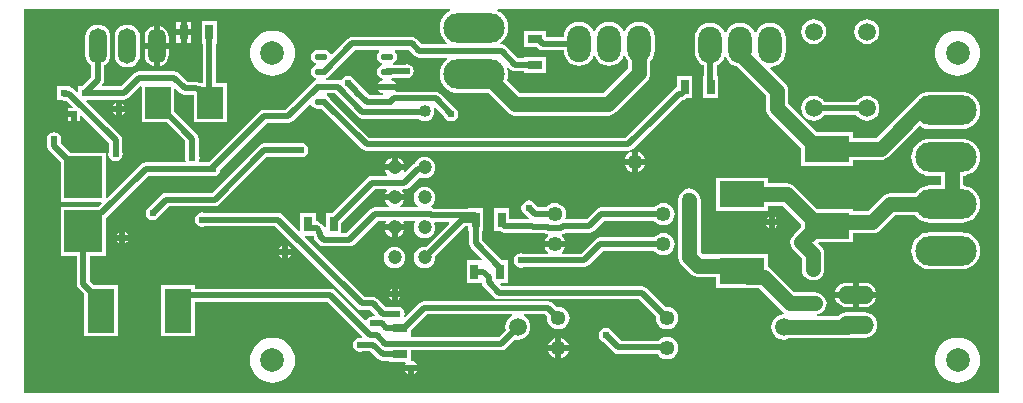
<source format=gbl>
G04*
G04 #@! TF.GenerationSoftware,Altium Limited,Altium Designer,21.6.1 (37)*
G04*
G04 Layer_Physical_Order=2*
G04 Layer_Color=16711680*
%FSLAX23Y23*%
%MOIN*%
G70*
G04*
G04 #@! TF.SameCoordinates,0FF5D6F2-8617-485F-BAA8-9F26F2E2BD2E*
G04*
G04*
G04 #@! TF.FilePolarity,Positive*
G04*
G01*
G75*
%ADD15C,0.010*%
%ADD19R,0.089X0.149*%
%ADD23R,0.028X0.051*%
%ADD24R,0.051X0.028*%
%ADD51C,0.020*%
%ADD52C,0.050*%
%ADD53O,0.205X0.100*%
%ADD54C,0.047*%
%ADD55C,0.079*%
%ADD56C,0.059*%
%ADD57O,0.060X0.118*%
%ADD58O,0.120X0.060*%
%ADD59O,0.079X0.122*%
%ADD60C,0.050*%
%ADD61C,0.024*%
%ADD62C,0.040*%
%ADD63R,0.126X0.140*%
%ADD64R,0.149X0.089*%
%ADD65R,0.085X0.108*%
%ADD66O,0.043X0.023*%
%ADD67O,0.051X0.049*%
%ADD68R,0.020X0.024*%
G36*
X3287Y39D02*
X39D01*
Y1319D01*
X1457D01*
X1459Y1314D01*
X1450Y1309D01*
X1441Y1302D01*
X1433Y1292D01*
X1428Y1282D01*
X1424Y1270D01*
X1423Y1258D01*
X1424Y1246D01*
X1428Y1234D01*
X1433Y1223D01*
X1441Y1214D01*
X1449Y1207D01*
X1447Y1202D01*
X1366D01*
X1346Y1221D01*
X1339Y1226D01*
X1331Y1228D01*
X1331Y1228D01*
X1132D01*
X1132Y1228D01*
X1124Y1226D01*
X1117Y1221D01*
X1117Y1221D01*
X1065Y1169D01*
X1059Y1171D01*
X1055Y1178D01*
X1047Y1183D01*
X1038Y1185D01*
X1017D01*
X1008Y1183D01*
X1001Y1178D01*
X995Y1170D01*
X994Y1161D01*
X995Y1152D01*
X1001Y1144D01*
X1008Y1139D01*
X1011Y1139D01*
Y1133D01*
X1008Y1133D01*
X1001Y1128D01*
X995Y1120D01*
X994Y1111D01*
X995Y1102D01*
X1001Y1094D01*
X1008Y1089D01*
X1011Y1089D01*
Y1083D01*
X1008Y1083D01*
X1001Y1078D01*
X996Y1071D01*
X910Y985D01*
X838D01*
X838Y985D01*
X829Y983D01*
X822Y978D01*
X822Y978D01*
X653Y810D01*
X623D01*
X620Y814D01*
X621Y815D01*
X623Y824D01*
X621Y833D01*
X621Y833D01*
Y866D01*
Y888D01*
X621Y888D01*
X619Y896D01*
X614Y904D01*
X614Y904D01*
X539Y979D01*
Y1053D01*
X543Y1055D01*
X558Y1040D01*
X558Y1040D01*
X565Y1036D01*
X574Y1034D01*
X574Y1034D01*
X602D01*
X604Y1033D01*
Y942D01*
X713D01*
Y1074D01*
X679D01*
Y1205D01*
X682D01*
Y1280D01*
X631D01*
Y1205D01*
X634D01*
Y1074D01*
X628D01*
X626Y1074D01*
X626Y1074D01*
X622D01*
X619Y1077D01*
X610Y1078D01*
X610Y1078D01*
X583D01*
X555Y1106D01*
X548Y1111D01*
X539Y1113D01*
X539Y1113D01*
X421D01*
X421Y1113D01*
X413Y1111D01*
X405Y1106D01*
X405Y1106D01*
X361Y1062D01*
X299D01*
X297Y1066D01*
X299Y1069D01*
X299Y1069D01*
X304Y1076D01*
X306Y1084D01*
X306Y1084D01*
Y1132D01*
X313Y1138D01*
X320Y1147D01*
X324Y1157D01*
X326Y1168D01*
Y1226D01*
X324Y1237D01*
X320Y1247D01*
X313Y1256D01*
X305Y1262D01*
X294Y1267D01*
X283Y1268D01*
X273Y1267D01*
X262Y1262D01*
X254Y1256D01*
X247Y1247D01*
X243Y1237D01*
X241Y1226D01*
Y1168D01*
X243Y1157D01*
X247Y1147D01*
X254Y1138D01*
X261Y1132D01*
Y1094D01*
X231Y1063D01*
X219D01*
Y1046D01*
X216Y1044D01*
X214Y1044D01*
X204Y1053D01*
X197Y1058D01*
X191Y1059D01*
Y1063D01*
X148D01*
Y1042D01*
X147Y1039D01*
Y1038D01*
X147Y1038D01*
X148Y1035D01*
Y1016D01*
X168D01*
X170Y1015D01*
X179D01*
X200Y995D01*
X198Y990D01*
X185D01*
Y979D01*
X205D01*
Y969D01*
X215D01*
Y947D01*
X225D01*
Y963D01*
X229Y965D01*
X320Y874D01*
Y845D01*
X320Y845D01*
X318Y836D01*
X320Y826D01*
X325Y819D01*
X333Y813D01*
X343Y812D01*
X352Y813D01*
X360Y819D01*
X365Y826D01*
X367Y836D01*
X365Y845D01*
X365Y845D01*
Y883D01*
X365Y883D01*
X363Y892D01*
X358Y899D01*
X358Y899D01*
X246Y1011D01*
X248Y1016D01*
X262D01*
Y1017D01*
X370D01*
X370Y1017D01*
X378Y1019D01*
X386Y1024D01*
X425Y1063D01*
X430Y1061D01*
Y942D01*
X513D01*
X576Y879D01*
Y833D01*
X576Y833D01*
X574Y824D01*
X576Y815D01*
X577Y814D01*
X574Y810D01*
X444D01*
X444Y810D01*
X435Y808D01*
X428Y803D01*
X428Y803D01*
X316Y691D01*
X311Y693D01*
Y841D01*
X193D01*
X161Y873D01*
Y880D01*
X162Y886D01*
X160Y895D01*
X155Y903D01*
X147Y908D01*
X138Y910D01*
X128Y908D01*
X121Y903D01*
X115Y895D01*
X114Y886D01*
X115Y877D01*
X116Y876D01*
Y864D01*
X116Y864D01*
X118Y855D01*
X123Y848D01*
X161Y809D01*
Y677D01*
X296D01*
X298Y673D01*
X286Y661D01*
X161D01*
Y498D01*
X214D01*
Y404D01*
X214Y404D01*
X216Y396D01*
X220Y389D01*
X239Y370D01*
Y229D01*
X351D01*
Y401D01*
X271D01*
X258Y414D01*
Y498D01*
X311D01*
Y623D01*
X312Y624D01*
X453Y765D01*
X660D01*
X660Y765D01*
X669Y763D01*
X679Y765D01*
X686Y770D01*
X692Y778D01*
X693Y787D01*
X847Y940D01*
X919D01*
X919Y940D01*
X927Y942D01*
X935Y947D01*
X991Y1003D01*
X996Y1001D01*
X1001Y994D01*
X1008Y989D01*
X1017Y987D01*
X1030D01*
X1164Y853D01*
X1164Y853D01*
X1171Y849D01*
X1180Y847D01*
X1180Y847D01*
X2051D01*
X2051Y847D01*
X2060Y849D01*
X2067Y853D01*
X2153Y939D01*
X2230Y1016D01*
X2231D01*
X2240Y1018D01*
X2245Y1022D01*
X2266D01*
Y1096D01*
X2215D01*
Y1060D01*
X2212Y1059D01*
X2205Y1054D01*
X2205Y1054D01*
X2121Y970D01*
X2121Y970D01*
X2042Y891D01*
X1189D01*
X1059Y1021D01*
X1055Y1028D01*
X1049Y1032D01*
X1048Y1037D01*
X1048Y1038D01*
X1049Y1039D01*
X1074D01*
X1151Y962D01*
X1151Y962D01*
X1158Y957D01*
X1166Y955D01*
X1352D01*
X1358Y951D01*
X1366Y948D01*
X1374Y947D01*
X1383Y948D01*
X1390Y951D01*
X1397Y956D01*
X1402Y963D01*
X1405Y970D01*
X1406Y979D01*
X1405Y987D01*
X1404Y989D01*
X1409Y992D01*
X1439Y961D01*
X1439Y961D01*
X1445Y953D01*
X1452Y948D01*
X1462Y946D01*
X1471Y948D01*
X1479Y953D01*
X1484Y961D01*
X1486Y970D01*
X1484Y980D01*
X1479Y988D01*
X1471Y993D01*
X1471Y993D01*
X1426Y1037D01*
X1419Y1042D01*
X1410Y1044D01*
X1410Y1044D01*
X1279D01*
X1276Y1049D01*
X1277Y1051D01*
X1248D01*
X1219D01*
X1222Y1046D01*
X1229Y1041D01*
X1236Y1039D01*
Y1034D01*
X1230Y1033D01*
X1189D01*
X1163Y1059D01*
X1162Y1062D01*
X1140Y1083D01*
X1140Y1083D01*
X1135Y1091D01*
X1127Y1096D01*
X1118Y1098D01*
X1109Y1096D01*
X1101Y1091D01*
X1096Y1083D01*
X1090Y1082D01*
X1083Y1083D01*
X1083Y1083D01*
X1045D01*
X1044Y1083D01*
Y1089D01*
X1047Y1089D01*
X1055Y1094D01*
X1059Y1101D01*
X1142Y1183D01*
X1221D01*
X1222Y1178D01*
X1221Y1178D01*
X1216Y1170D01*
X1214Y1161D01*
X1216Y1152D01*
X1221Y1144D01*
X1229Y1139D01*
X1231Y1139D01*
Y1133D01*
X1229Y1133D01*
X1221Y1128D01*
X1216Y1120D01*
X1214Y1111D01*
X1216Y1102D01*
X1221Y1094D01*
X1229Y1089D01*
X1236Y1088D01*
Y1083D01*
X1229Y1081D01*
X1222Y1077D01*
X1219Y1071D01*
X1248D01*
X1277D01*
X1274Y1077D01*
X1267Y1081D01*
X1260Y1083D01*
Y1088D01*
X1267Y1089D01*
X1268Y1090D01*
X1307D01*
X1313Y1089D01*
X1322Y1090D01*
X1330Y1096D01*
X1335Y1103D01*
X1337Y1113D01*
X1335Y1122D01*
X1330Y1130D01*
X1322Y1135D01*
X1313Y1137D01*
X1303Y1135D01*
X1302Y1134D01*
X1268D01*
X1267Y1139D01*
X1267Y1139D01*
X1275Y1144D01*
X1280Y1152D01*
X1282Y1161D01*
X1280Y1170D01*
X1275Y1178D01*
X1274Y1178D01*
X1276Y1183D01*
X1321D01*
X1341Y1164D01*
X1341Y1164D01*
X1348Y1160D01*
X1356Y1158D01*
X1356Y1158D01*
X1449D01*
X1450Y1153D01*
X1441Y1146D01*
X1433Y1136D01*
X1428Y1126D01*
X1424Y1114D01*
X1423Y1102D01*
X1424Y1090D01*
X1428Y1078D01*
X1433Y1067D01*
X1441Y1058D01*
X1450Y1050D01*
X1461Y1045D01*
X1473Y1041D01*
X1485Y1040D01*
X1586D01*
X1650Y976D01*
X1658Y970D01*
X1666Y966D01*
X1676Y965D01*
X1983D01*
X1993Y966D01*
X2002Y970D01*
X2010Y976D01*
X2114Y1081D01*
X2120Y1088D01*
X2124Y1097D01*
X2125Y1107D01*
Y1147D01*
X2133Y1157D01*
X2138Y1170D01*
X2140Y1183D01*
Y1226D01*
X2138Y1240D01*
X2133Y1252D01*
X2125Y1263D01*
X2114Y1271D01*
X2102Y1276D01*
X2088Y1278D01*
X2075Y1276D01*
X2062Y1271D01*
X2052Y1263D01*
X2043Y1252D01*
X2041Y1246D01*
X2035D01*
X2033Y1252D01*
X2025Y1263D01*
X2014Y1271D01*
X2002Y1276D01*
X1988Y1278D01*
X1975Y1276D01*
X1962Y1271D01*
X1952Y1263D01*
X1943Y1252D01*
X1941Y1246D01*
X1935D01*
X1933Y1252D01*
X1925Y1263D01*
X1914Y1271D01*
X1902Y1276D01*
X1888Y1278D01*
X1875Y1276D01*
X1862Y1271D01*
X1852Y1263D01*
X1843Y1252D01*
X1838Y1240D01*
X1837Y1227D01*
X1778D01*
Y1246D01*
X1703D01*
Y1195D01*
X1746D01*
X1752Y1189D01*
X1752Y1189D01*
X1759Y1184D01*
X1768Y1182D01*
X1768Y1182D01*
X1837D01*
X1838Y1170D01*
X1843Y1157D01*
X1852Y1147D01*
X1862Y1138D01*
X1875Y1133D01*
X1888Y1131D01*
X1902Y1133D01*
X1914Y1138D01*
X1925Y1147D01*
X1933Y1157D01*
X1935Y1164D01*
X1941D01*
X1943Y1157D01*
X1952Y1147D01*
X1962Y1138D01*
X1975Y1133D01*
X1988Y1131D01*
X2002Y1133D01*
X2014Y1138D01*
X2025Y1147D01*
X2033Y1157D01*
X2035Y1164D01*
X2041D01*
X2043Y1157D01*
X2051Y1147D01*
Y1122D01*
X1968Y1039D01*
X1691D01*
X1648Y1082D01*
X1651Y1090D01*
X1652Y1102D01*
X1651Y1114D01*
X1647Y1124D01*
X1652Y1127D01*
X1660Y1118D01*
X1660Y1118D01*
X1668Y1114D01*
X1676Y1112D01*
X1703D01*
Y1108D01*
X1778D01*
Y1159D01*
X1703D01*
Y1156D01*
X1685D01*
X1646Y1196D01*
X1639Y1201D01*
X1630Y1202D01*
X1630Y1202D01*
X1627D01*
X1626Y1207D01*
X1634Y1214D01*
X1641Y1223D01*
X1647Y1234D01*
X1651Y1246D01*
X1652Y1258D01*
X1651Y1270D01*
X1647Y1282D01*
X1641Y1292D01*
X1634Y1302D01*
X1624Y1309D01*
X1616Y1314D01*
X1617Y1319D01*
X3287D01*
Y39D01*
D02*
G37*
%LPC*%
G36*
X594Y1278D02*
X580D01*
Y1252D01*
X594D01*
Y1278D01*
D02*
G37*
G36*
X560D02*
X546D01*
Y1252D01*
X560D01*
Y1278D01*
D02*
G37*
G36*
X2525Y1274D02*
X2512Y1272D01*
X2499Y1267D01*
X2489Y1259D01*
X2480Y1248D01*
X2478Y1242D01*
X2472D01*
X2470Y1248D01*
X2462Y1259D01*
X2451Y1267D01*
X2439Y1272D01*
X2425Y1274D01*
X2412Y1272D01*
X2399Y1267D01*
X2389Y1259D01*
X2380Y1248D01*
X2378Y1242D01*
X2372D01*
X2370Y1248D01*
X2362Y1259D01*
X2351Y1267D01*
X2339Y1272D01*
X2325Y1274D01*
X2312Y1272D01*
X2299Y1267D01*
X2289Y1259D01*
X2280Y1248D01*
X2275Y1236D01*
X2274Y1222D01*
Y1179D01*
X2275Y1166D01*
X2280Y1153D01*
X2289Y1143D01*
X2299Y1134D01*
X2304Y1133D01*
Y1096D01*
X2301D01*
Y1022D01*
X2352D01*
Y1096D01*
X2348D01*
Y1133D01*
X2351Y1134D01*
X2362Y1143D01*
X2370Y1153D01*
X2372Y1160D01*
X2378D01*
X2380Y1153D01*
X2389Y1143D01*
X2399Y1134D01*
X2412Y1129D01*
X2415Y1129D01*
X2511Y1033D01*
Y991D01*
X2512Y982D01*
X2516Y973D01*
X2522Y965D01*
X2629Y858D01*
Y798D01*
X2802D01*
Y817D01*
X2893D01*
X2902Y818D01*
X2911Y822D01*
X2919Y828D01*
X3022Y931D01*
X3023Y930D01*
X3034Y925D01*
X3046Y921D01*
X3058Y920D01*
X3163D01*
X3175Y921D01*
X3186Y925D01*
X3197Y930D01*
X3207Y938D01*
X3214Y947D01*
X3220Y958D01*
X3224Y970D01*
X3225Y982D01*
X3224Y994D01*
X3220Y1006D01*
X3214Y1016D01*
X3207Y1026D01*
X3197Y1034D01*
X3186Y1039D01*
X3175Y1043D01*
X3163Y1044D01*
X3058D01*
X3046Y1043D01*
X3034Y1039D01*
X3029Y1036D01*
X3020Y1033D01*
X3013Y1027D01*
X2877Y891D01*
X2802D01*
Y910D01*
X2682D01*
X2585Y1007D01*
Y1048D01*
X2584Y1058D01*
X2580Y1067D01*
X2575Y1075D01*
X2526Y1123D01*
X2528Y1128D01*
X2539Y1129D01*
X2551Y1134D01*
X2562Y1143D01*
X2570Y1153D01*
X2575Y1166D01*
X2577Y1179D01*
Y1222D01*
X2575Y1236D01*
X2570Y1248D01*
X2562Y1259D01*
X2551Y1267D01*
X2539Y1272D01*
X2525Y1274D01*
D02*
G37*
G36*
X490Y1265D02*
Y1207D01*
X521D01*
Y1226D01*
X519Y1236D01*
X515Y1246D01*
X509Y1254D01*
X500Y1261D01*
X491Y1265D01*
X490Y1265D01*
D02*
G37*
G36*
X470D02*
X470Y1265D01*
X460Y1261D01*
X452Y1254D01*
X445Y1246D01*
X441Y1236D01*
X440Y1226D01*
Y1207D01*
X470D01*
Y1265D01*
D02*
G37*
G36*
X594Y1232D02*
X580D01*
Y1207D01*
X594D01*
Y1232D01*
D02*
G37*
G36*
X560D02*
X546D01*
Y1207D01*
X560D01*
Y1232D01*
D02*
G37*
G36*
X2847Y1287D02*
X2837Y1285D01*
X2827Y1281D01*
X2818Y1275D01*
X2811Y1266D01*
X2807Y1256D01*
X2806Y1245D01*
X2807Y1234D01*
X2811Y1224D01*
X2818Y1216D01*
X2827Y1209D01*
X2837Y1205D01*
X2847Y1203D01*
X2858Y1205D01*
X2868Y1209D01*
X2877Y1216D01*
X2884Y1224D01*
X2888Y1234D01*
X2889Y1245D01*
X2888Y1256D01*
X2884Y1266D01*
X2877Y1275D01*
X2868Y1281D01*
X2858Y1285D01*
X2847Y1287D01*
D02*
G37*
G36*
X2670D02*
X2659Y1285D01*
X2649Y1281D01*
X2641Y1275D01*
X2634Y1266D01*
X2630Y1256D01*
X2629Y1245D01*
X2630Y1234D01*
X2634Y1224D01*
X2641Y1216D01*
X2649Y1209D01*
X2659Y1205D01*
X2670Y1203D01*
X2681Y1205D01*
X2691Y1209D01*
X2700Y1216D01*
X2706Y1224D01*
X2711Y1234D01*
X2712Y1245D01*
X2711Y1256D01*
X2706Y1266D01*
X2700Y1275D01*
X2691Y1281D01*
X2681Y1285D01*
X2670Y1287D01*
D02*
G37*
G36*
X521Y1187D02*
X490D01*
Y1129D01*
X491Y1129D01*
X500Y1133D01*
X509Y1139D01*
X515Y1148D01*
X519Y1157D01*
X521Y1168D01*
Y1187D01*
D02*
G37*
G36*
X470D02*
X440D01*
Y1168D01*
X441Y1157D01*
X445Y1148D01*
X452Y1139D01*
X460Y1133D01*
X470Y1129D01*
X470Y1129D01*
Y1187D01*
D02*
G37*
G36*
X382Y1268D02*
X371Y1267D01*
X361Y1262D01*
X352Y1256D01*
X345Y1247D01*
X341Y1237D01*
X340Y1226D01*
Y1168D01*
X341Y1157D01*
X345Y1147D01*
X352Y1138D01*
X361Y1131D01*
X371Y1127D01*
X382Y1126D01*
X393Y1127D01*
X403Y1131D01*
X412Y1138D01*
X418Y1147D01*
X423Y1157D01*
X424Y1168D01*
Y1226D01*
X423Y1237D01*
X418Y1247D01*
X412Y1256D01*
X403Y1262D01*
X393Y1267D01*
X382Y1268D01*
D02*
G37*
G36*
X3150Y1248D02*
X3135Y1247D01*
X3121Y1243D01*
X3108Y1236D01*
X3096Y1226D01*
X3087Y1215D01*
X3080Y1202D01*
X3076Y1188D01*
X3074Y1173D01*
X3076Y1159D01*
X3080Y1144D01*
X3087Y1131D01*
X3096Y1120D01*
X3108Y1111D01*
X3121Y1104D01*
X3135Y1100D01*
X3150Y1098D01*
X3164Y1100D01*
X3178Y1104D01*
X3191Y1111D01*
X3203Y1120D01*
X3212Y1131D01*
X3219Y1144D01*
X3223Y1159D01*
X3225Y1173D01*
X3223Y1188D01*
X3219Y1202D01*
X3212Y1215D01*
X3203Y1226D01*
X3191Y1236D01*
X3178Y1243D01*
X3164Y1247D01*
X3150Y1248D01*
D02*
G37*
G36*
X866D02*
X851Y1247D01*
X837Y1243D01*
X824Y1236D01*
X813Y1226D01*
X804Y1215D01*
X797Y1202D01*
X792Y1188D01*
X791Y1173D01*
X792Y1159D01*
X797Y1144D01*
X804Y1131D01*
X813Y1120D01*
X824Y1111D01*
X837Y1104D01*
X851Y1100D01*
X866Y1098D01*
X881Y1100D01*
X895Y1104D01*
X908Y1111D01*
X919Y1120D01*
X929Y1131D01*
X936Y1144D01*
X940Y1159D01*
X941Y1173D01*
X940Y1188D01*
X936Y1202D01*
X929Y1215D01*
X919Y1226D01*
X908Y1236D01*
X895Y1243D01*
X881Y1247D01*
X866Y1248D01*
D02*
G37*
G36*
X2847Y1031D02*
X2837Y1029D01*
X2827Y1025D01*
X2818Y1019D01*
X2812Y1011D01*
X2705D01*
X2700Y1019D01*
X2691Y1025D01*
X2681Y1029D01*
X2670Y1031D01*
X2659Y1029D01*
X2649Y1025D01*
X2641Y1019D01*
X2634Y1010D01*
X2630Y1000D01*
X2629Y989D01*
X2630Y978D01*
X2634Y968D01*
X2641Y960D01*
X2649Y953D01*
X2659Y949D01*
X2670Y947D01*
X2681Y949D01*
X2691Y953D01*
X2700Y960D01*
X2705Y967D01*
X2812D01*
X2818Y960D01*
X2827Y953D01*
X2837Y949D01*
X2847Y947D01*
X2858Y949D01*
X2868Y953D01*
X2877Y960D01*
X2884Y968D01*
X2888Y978D01*
X2889Y989D01*
X2888Y1000D01*
X2884Y1010D01*
X2877Y1019D01*
X2868Y1025D01*
X2858Y1029D01*
X2847Y1031D01*
D02*
G37*
G36*
X363Y1006D02*
Y996D01*
X373D01*
X369Y1002D01*
X363Y1006D01*
D02*
G37*
G36*
X343D02*
X338Y1002D01*
X334Y996D01*
X343D01*
Y1006D01*
D02*
G37*
G36*
X373Y976D02*
X363D01*
Y967D01*
X369Y970D01*
X373Y976D01*
D02*
G37*
G36*
X343D02*
X334D01*
X338Y970D01*
X343Y967D01*
Y976D01*
D02*
G37*
G36*
X195Y959D02*
X185D01*
Y947D01*
X195D01*
Y959D01*
D02*
G37*
G36*
X961Y874D02*
X951Y873D01*
X951Y873D01*
X839D01*
X839Y873D01*
X830Y871D01*
X823Y866D01*
X823Y866D01*
X664Y707D01*
X512D01*
X512Y707D01*
X503Y706D01*
X496Y701D01*
X496Y701D01*
X457Y662D01*
X457Y662D01*
X450Y657D01*
X444Y649D01*
X443Y640D01*
X444Y631D01*
X450Y623D01*
X457Y618D01*
X467Y616D01*
X476Y618D01*
X484Y623D01*
X489Y631D01*
X489Y631D01*
X521Y663D01*
X673D01*
X673Y663D01*
X682Y664D01*
X689Y669D01*
X848Y828D01*
X951D01*
X951Y828D01*
X961Y826D01*
X970Y828D01*
X978Y833D01*
X983Y841D01*
X985Y850D01*
X983Y860D01*
X978Y867D01*
X970Y873D01*
X961Y874D01*
D02*
G37*
G36*
X2084Y845D02*
Y821D01*
X2108D01*
X2104Y829D01*
X2099Y836D01*
X2091Y842D01*
X2084Y845D01*
D02*
G37*
G36*
X2064D02*
X2056Y842D01*
X2049Y836D01*
X2043Y829D01*
X2040Y821D01*
X2064D01*
Y845D01*
D02*
G37*
G36*
X1283Y824D02*
Y802D01*
X1305D01*
X1302Y809D01*
X1297Y816D01*
X1290Y821D01*
X1283Y824D01*
D02*
G37*
G36*
X1263D02*
X1256Y821D01*
X1249Y816D01*
X1243Y809D01*
X1241Y802D01*
X1263D01*
Y824D01*
D02*
G37*
G36*
X2108Y801D02*
X2084D01*
Y777D01*
X2091Y780D01*
X2099Y786D01*
X2104Y793D01*
X2108Y801D01*
D02*
G37*
G36*
X2064D02*
X2040D01*
X2043Y793D01*
X2049Y786D01*
X2056Y780D01*
X2064Y777D01*
Y801D01*
D02*
G37*
G36*
X1373Y827D02*
X1364Y826D01*
X1355Y823D01*
X1348Y817D01*
X1342Y810D01*
X1340Y805D01*
X1336Y802D01*
X1336Y802D01*
X1307Y774D01*
X1303Y776D01*
X1305Y782D01*
X1241D01*
X1243Y775D01*
X1248Y768D01*
X1247Y763D01*
X1198D01*
X1189Y762D01*
X1182Y757D01*
X1182Y757D01*
X1065Y640D01*
X1045D01*
Y595D01*
X1040Y593D01*
X1038Y596D01*
X1029Y605D01*
X1022Y610D01*
X1013Y612D01*
X1010Y615D01*
Y640D01*
X959D01*
Y581D01*
X954Y579D01*
X900Y634D01*
X892Y639D01*
X884Y640D01*
X884Y640D01*
X640D01*
X640Y640D01*
X631Y642D01*
X622Y640D01*
X614Y635D01*
X609Y627D01*
X607Y618D01*
X609Y609D01*
X614Y601D01*
X622Y596D01*
X631Y594D01*
X640Y596D01*
X640Y596D01*
X875D01*
X1148Y323D01*
X1148Y323D01*
X1155Y318D01*
X1163Y316D01*
X1163Y316D01*
X1191D01*
X1207Y300D01*
X1205Y295D01*
X1201Y296D01*
X1192Y294D01*
X1184Y289D01*
X1180Y283D01*
X1174Y282D01*
X1074Y382D01*
X1067Y387D01*
X1059Y388D01*
X1059Y388D01*
X607D01*
Y401D01*
X495D01*
Y229D01*
X607D01*
Y344D01*
X1050D01*
X1165Y228D01*
X1162Y224D01*
X1157Y225D01*
X1148Y223D01*
X1140Y218D01*
X1135Y210D01*
X1133Y201D01*
X1135Y192D01*
X1140Y184D01*
X1148Y179D01*
X1157Y177D01*
X1167Y179D01*
X1167Y179D01*
X1192D01*
X1217Y154D01*
X1217Y154D01*
X1224Y149D01*
X1233Y147D01*
X1233Y147D01*
X1254D01*
Y144D01*
X1308D01*
X1311Y139D01*
X1308Y135D01*
X1347D01*
X1343Y141D01*
X1336Y146D01*
X1329Y147D01*
Y183D01*
X1629D01*
X1629Y183D01*
X1638Y184D01*
X1645Y189D01*
X1675Y219D01*
X1684Y218D01*
X1695Y220D01*
X1705Y224D01*
X1714Y230D01*
X1720Y239D01*
X1724Y249D01*
X1726Y260D01*
X1724Y271D01*
X1720Y281D01*
X1714Y289D01*
X1705Y296D01*
X1703Y297D01*
X1704Y302D01*
X1776D01*
X1782Y296D01*
X1781Y290D01*
X1782Y281D01*
X1786Y272D01*
X1792Y264D01*
X1800Y258D01*
X1808Y255D01*
X1818Y253D01*
X1820D01*
X1829Y255D01*
X1838Y258D01*
X1846Y264D01*
X1852Y272D01*
X1855Y281D01*
X1857Y290D01*
X1855Y300D01*
X1852Y309D01*
X1846Y316D01*
X1838Y322D01*
X1829Y326D01*
X1820Y327D01*
X1818D01*
X1814Y326D01*
X1801Y340D01*
X1794Y344D01*
X1785Y346D01*
X1785Y346D01*
X1371D01*
X1371Y346D01*
X1363Y344D01*
X1355Y340D01*
X1355Y340D01*
X1309Y294D01*
X1305Y296D01*
X1307Y304D01*
X1305Y313D01*
X1300Y321D01*
X1292Y326D01*
X1282Y328D01*
X1273Y326D01*
X1273Y326D01*
X1243D01*
X1216Y354D01*
X1208Y359D01*
X1200Y361D01*
X1200Y361D01*
X1173D01*
X973Y560D01*
X975Y565D01*
X1000D01*
X1004Y563D01*
X1006Y554D01*
X1010Y547D01*
X1022Y535D01*
X1022Y535D01*
X1029Y531D01*
X1038Y529D01*
X1122D01*
X1122Y529D01*
X1131Y531D01*
X1138Y535D01*
X1217Y615D01*
X1243D01*
X1245Y610D01*
X1243Y609D01*
X1241Y602D01*
X1305D01*
X1302Y609D01*
X1301Y610D01*
X1303Y615D01*
X1340D01*
X1343Y610D01*
X1342Y610D01*
X1338Y601D01*
X1337Y592D01*
X1338Y582D01*
X1342Y574D01*
X1348Y566D01*
X1355Y561D01*
X1364Y557D01*
X1373Y556D01*
X1382Y557D01*
X1391Y561D01*
X1398Y566D01*
X1404Y574D01*
X1407Y582D01*
X1409Y592D01*
X1407Y601D01*
X1406Y605D01*
X1409Y610D01*
X1453D01*
X1455Y605D01*
X1377Y527D01*
X1373Y527D01*
X1364Y526D01*
X1355Y523D01*
X1348Y517D01*
X1342Y510D01*
X1338Y501D01*
X1337Y492D01*
X1338Y482D01*
X1342Y474D01*
X1348Y466D01*
X1355Y461D01*
X1364Y457D01*
X1373Y456D01*
X1382Y457D01*
X1391Y461D01*
X1398Y466D01*
X1404Y474D01*
X1407Y482D01*
X1409Y492D01*
X1408Y496D01*
X1508Y596D01*
X1518D01*
Y581D01*
X1521D01*
Y539D01*
X1521Y539D01*
X1523Y531D01*
X1528Y524D01*
X1564Y487D01*
X1562Y482D01*
X1562Y482D01*
X1562Y482D01*
X1561Y482D01*
X1514D01*
Y407D01*
X1565D01*
X1566Y401D01*
X1571Y394D01*
X1606Y358D01*
X1606Y358D01*
X1614Y353D01*
X1622Y352D01*
X1622Y352D01*
X2088D01*
X2144Y296D01*
X2143Y290D01*
X2145Y281D01*
X2148Y272D01*
X2154Y264D01*
X2162Y258D01*
X2171Y255D01*
X2180Y253D01*
X2182D01*
X2192Y255D01*
X2200Y258D01*
X2208Y264D01*
X2214Y272D01*
X2218Y281D01*
X2219Y290D01*
X2218Y300D01*
X2214Y309D01*
X2208Y316D01*
X2200Y322D01*
X2192Y326D01*
X2182Y327D01*
X2180D01*
X2176Y326D01*
X2113Y390D01*
X2106Y395D01*
X2097Y396D01*
X2097Y396D01*
X1631D01*
X1625Y403D01*
X1627Y407D01*
X1652D01*
Y482D01*
X1632D01*
X1566Y549D01*
Y581D01*
X1569D01*
Y656D01*
X1518D01*
Y654D01*
X1405D01*
X1400Y658D01*
X1396Y659D01*
X1395Y664D01*
X1398Y666D01*
X1404Y674D01*
X1407Y682D01*
X1409Y692D01*
X1407Y701D01*
X1404Y710D01*
X1398Y717D01*
X1391Y723D01*
X1382Y726D01*
X1373Y727D01*
X1364Y726D01*
X1355Y723D01*
X1348Y717D01*
X1342Y710D01*
X1338Y701D01*
X1337Y692D01*
X1338Y682D01*
X1342Y674D01*
X1348Y666D01*
X1350Y664D01*
X1349Y659D01*
X1294D01*
X1292Y664D01*
X1297Y668D01*
X1302Y675D01*
X1305Y682D01*
X1241D01*
X1243Y675D01*
X1249Y668D01*
X1253Y664D01*
X1252Y659D01*
X1208D01*
X1208Y659D01*
X1200Y658D01*
X1192Y653D01*
X1192Y653D01*
X1113Y573D01*
X1096D01*
Y608D01*
X1207Y719D01*
X1245D01*
X1247Y714D01*
X1243Y709D01*
X1241Y702D01*
X1305D01*
X1302Y709D01*
X1298Y714D01*
X1301Y719D01*
X1306D01*
X1306Y719D01*
X1315Y721D01*
X1322Y725D01*
X1357Y760D01*
X1364Y757D01*
X1373Y756D01*
X1382Y757D01*
X1391Y761D01*
X1398Y766D01*
X1404Y774D01*
X1407Y782D01*
X1409Y792D01*
X1407Y801D01*
X1404Y810D01*
X1398Y817D01*
X1391Y823D01*
X1382Y826D01*
X1373Y827D01*
D02*
G37*
G36*
X3163Y888D02*
X3058D01*
X3046Y887D01*
X3034Y883D01*
X3023Y878D01*
X3014Y870D01*
X3006Y860D01*
X3000Y850D01*
X2997Y838D01*
X2996Y826D01*
X2997Y814D01*
X3000Y802D01*
X3006Y791D01*
X3014Y782D01*
X3023Y774D01*
X3034Y769D01*
X3046Y765D01*
X3058Y764D01*
X3094D01*
Y732D01*
X3058D01*
X3046Y731D01*
X3034Y727D01*
X3023Y722D01*
X3014Y714D01*
X3008Y706D01*
X2926D01*
X2916Y705D01*
X2907Y701D01*
X2900Y696D01*
X2850Y646D01*
X2802D01*
Y655D01*
X2682D01*
X2608Y728D01*
X2600Y734D01*
X2591Y738D01*
X2582Y739D01*
X2518D01*
Y758D01*
X2345D01*
Y646D01*
X2518D01*
Y665D01*
X2567D01*
X2629Y602D01*
Y595D01*
X2603Y568D01*
X2597Y561D01*
X2593Y552D01*
X2592Y542D01*
X2593Y532D01*
X2597Y523D01*
X2603Y516D01*
X2631Y487D01*
Y453D01*
X2632Y443D01*
X2636Y434D01*
X2642Y427D01*
X2650Y421D01*
X2659Y417D01*
X2668Y416D01*
X2678Y417D01*
X2687Y421D01*
X2695Y427D01*
X2700Y434D01*
X2704Y443D01*
X2705Y453D01*
Y503D01*
X2704Y512D01*
X2700Y521D01*
X2695Y529D01*
X2686Y537D01*
X2688Y542D01*
X2802D01*
Y572D01*
X2865D01*
X2875Y573D01*
X2884Y577D01*
X2891Y582D01*
X2941Y632D01*
X3009D01*
X3014Y626D01*
X3023Y618D01*
X3034Y613D01*
X3046Y609D01*
X3058Y608D01*
X3163D01*
X3175Y609D01*
X3186Y613D01*
X3197Y618D01*
X3207Y626D01*
X3214Y636D01*
X3220Y646D01*
X3224Y658D01*
X3225Y670D01*
X3224Y682D01*
X3220Y694D01*
X3214Y705D01*
X3207Y714D01*
X3197Y722D01*
X3186Y727D01*
X3175Y731D01*
X3168Y732D01*
Y764D01*
X3175Y765D01*
X3186Y769D01*
X3197Y774D01*
X3207Y782D01*
X3214Y791D01*
X3220Y802D01*
X3224Y814D01*
X3225Y826D01*
X3224Y838D01*
X3220Y850D01*
X3214Y860D01*
X3207Y870D01*
X3197Y878D01*
X3186Y883D01*
X3175Y887D01*
X3163Y888D01*
D02*
G37*
G36*
X1720Y682D02*
X1711Y680D01*
X1703Y675D01*
X1698Y667D01*
X1696Y657D01*
X1698Y648D01*
X1703Y640D01*
X1711Y635D01*
X1711Y635D01*
X1722Y625D01*
X1720Y620D01*
X1656D01*
Y656D01*
X1604D01*
Y581D01*
X1625D01*
X1630Y577D01*
X1639Y575D01*
X1724D01*
X1725Y575D01*
X1733Y573D01*
X1773D01*
X1778Y570D01*
X1783Y569D01*
X1784Y563D01*
X1781Y561D01*
X1776Y554D01*
X1773Y547D01*
X1807D01*
X1841D01*
X1838Y554D01*
X1833Y561D01*
X1830Y563D01*
X1831Y569D01*
X1836Y570D01*
X1843Y574D01*
X1922D01*
X1922Y574D01*
X1931Y576D01*
X1938Y581D01*
X1972Y614D01*
X2139D01*
X2142Y611D01*
X2150Y605D01*
X2159Y601D01*
X2168Y600D01*
X2170D01*
X2180Y601D01*
X2189Y605D01*
X2196Y611D01*
X2202Y618D01*
X2206Y627D01*
X2207Y637D01*
X2206Y646D01*
X2202Y655D01*
X2196Y663D01*
X2189Y668D01*
X2180Y672D01*
X2170Y673D01*
X2168D01*
X2159Y672D01*
X2150Y668D01*
X2142Y663D01*
X2139Y659D01*
X1962D01*
X1962Y659D01*
X1954Y657D01*
X1947Y652D01*
X1947Y652D01*
X1913Y619D01*
X1845D01*
X1842Y623D01*
X1844Y627D01*
X1845Y637D01*
X1844Y646D01*
X1840Y655D01*
X1834Y663D01*
X1826Y668D01*
X1818Y672D01*
X1808Y673D01*
X1806D01*
X1797Y672D01*
X1788Y668D01*
X1780Y663D01*
X1777Y659D01*
X1751D01*
X1743Y667D01*
X1743Y667D01*
X1738Y675D01*
X1730Y680D01*
X1720Y682D01*
D02*
G37*
G36*
X2540Y629D02*
Y619D01*
X2549D01*
X2545Y625D01*
X2540Y629D01*
D02*
G37*
G36*
X2520D02*
X2514Y625D01*
X2510Y619D01*
X2520D01*
Y629D01*
D02*
G37*
G36*
X2549Y599D02*
X2540D01*
Y590D01*
X2545Y594D01*
X2549Y599D01*
D02*
G37*
G36*
X2520D02*
X2510D01*
X2514Y594D01*
X2520Y590D01*
Y599D01*
D02*
G37*
G36*
X376Y578D02*
Y568D01*
X386D01*
X382Y574D01*
X376Y578D01*
D02*
G37*
G36*
X356D02*
X350Y574D01*
X347Y568D01*
X356D01*
Y578D01*
D02*
G37*
G36*
X1305Y582D02*
X1283D01*
Y559D01*
X1290Y562D01*
X1297Y568D01*
X1302Y575D01*
X1305Y582D01*
D02*
G37*
G36*
X1263D02*
X1241D01*
X1243Y575D01*
X1249Y568D01*
X1256Y562D01*
X1263Y559D01*
Y582D01*
D02*
G37*
G36*
X2170Y573D02*
X2168D01*
X2159Y572D01*
X2150Y568D01*
X2142Y563D01*
X2139Y559D01*
X1959D01*
X1959Y559D01*
X1951Y557D01*
X1944Y552D01*
X1944Y552D01*
X1896Y505D01*
X1831D01*
X1830Y510D01*
X1833Y512D01*
X1838Y519D01*
X1841Y527D01*
X1807D01*
X1773D01*
X1776Y519D01*
X1781Y512D01*
X1785Y510D01*
X1783Y505D01*
X1703D01*
X1703Y505D01*
X1694Y506D01*
X1685Y505D01*
X1677Y499D01*
X1672Y491D01*
X1670Y482D01*
X1672Y473D01*
X1677Y465D01*
X1685Y460D01*
X1694Y458D01*
X1703Y460D01*
X1703Y460D01*
X1905D01*
X1905Y460D01*
X1914Y462D01*
X1921Y467D01*
X1969Y514D01*
X2139D01*
X2142Y511D01*
X2150Y505D01*
X2159Y501D01*
X2168Y500D01*
X2170D01*
X2180Y501D01*
X2189Y505D01*
X2196Y511D01*
X2202Y518D01*
X2206Y527D01*
X2207Y537D01*
X2206Y546D01*
X2202Y555D01*
X2196Y563D01*
X2189Y568D01*
X2180Y572D01*
X2170Y573D01*
D02*
G37*
G36*
X386Y548D02*
X376D01*
Y539D01*
X382Y542D01*
X386Y548D01*
D02*
G37*
G36*
X356D02*
X347D01*
X350Y542D01*
X356Y539D01*
Y548D01*
D02*
G37*
G36*
X917Y529D02*
Y520D01*
X927D01*
X923Y526D01*
X917Y529D01*
D02*
G37*
G36*
X897D02*
X892Y526D01*
X888Y520D01*
X897D01*
Y529D01*
D02*
G37*
G36*
X927Y500D02*
X917D01*
Y490D01*
X923Y494D01*
X927Y500D01*
D02*
G37*
G36*
X897D02*
X888D01*
X892Y494D01*
X897Y490D01*
Y500D01*
D02*
G37*
G36*
X1273Y527D02*
X1264Y526D01*
X1255Y523D01*
X1248Y517D01*
X1242Y510D01*
X1238Y501D01*
X1237Y492D01*
X1238Y482D01*
X1242Y474D01*
X1248Y466D01*
X1255Y461D01*
X1264Y457D01*
X1273Y456D01*
X1282Y457D01*
X1291Y461D01*
X1298Y466D01*
X1304Y474D01*
X1307Y482D01*
X1309Y492D01*
X1307Y501D01*
X1304Y510D01*
X1298Y517D01*
X1291Y523D01*
X1282Y526D01*
X1273Y527D01*
D02*
G37*
G36*
X3163Y576D02*
X3058D01*
X3046Y575D01*
X3034Y572D01*
X3023Y566D01*
X3014Y558D01*
X3006Y549D01*
X3000Y538D01*
X2997Y526D01*
X2996Y514D01*
X2997Y502D01*
X3000Y490D01*
X3006Y480D01*
X3014Y470D01*
X3023Y463D01*
X3034Y457D01*
X3046Y453D01*
X3058Y452D01*
X3163D01*
X3175Y453D01*
X3186Y457D01*
X3197Y463D01*
X3207Y470D01*
X3214Y480D01*
X3220Y490D01*
X3224Y502D01*
X3225Y514D01*
X3224Y526D01*
X3220Y538D01*
X3214Y549D01*
X3207Y558D01*
X3197Y566D01*
X3186Y572D01*
X3175Y575D01*
X3163Y576D01*
D02*
G37*
G36*
X1283Y389D02*
Y379D01*
X1292D01*
X1288Y385D01*
X1283Y389D01*
D02*
G37*
G36*
X1263D02*
X1257Y385D01*
X1253Y379D01*
X1263D01*
Y389D01*
D02*
G37*
G36*
X2840Y408D02*
X2820D01*
Y377D01*
X2879D01*
X2879Y378D01*
X2875Y387D01*
X2869Y396D01*
X2860Y402D01*
X2850Y406D01*
X2840Y408D01*
D02*
G37*
G36*
X2800D02*
X2780D01*
X2770Y406D01*
X2760Y402D01*
X2752Y396D01*
X2745Y387D01*
X2741Y378D01*
X2741Y377D01*
X2800D01*
Y408D01*
D02*
G37*
G36*
X1292Y359D02*
X1283D01*
Y350D01*
X1288Y353D01*
X1292Y359D01*
D02*
G37*
G36*
X1263D02*
X1253D01*
X1257Y353D01*
X1263Y350D01*
Y359D01*
D02*
G37*
G36*
X2879Y357D02*
X2820D01*
Y327D01*
X2840D01*
X2850Y328D01*
X2860Y332D01*
X2869Y339D01*
X2875Y347D01*
X2879Y357D01*
X2879Y357D01*
D02*
G37*
G36*
X2800D02*
X2741D01*
X2741Y357D01*
X2745Y347D01*
X2752Y339D01*
X2760Y332D01*
X2770Y328D01*
X2780Y327D01*
X2800D01*
Y357D01*
D02*
G37*
G36*
X2256Y722D02*
X2246Y721D01*
X2237Y717D01*
X2230Y711D01*
X2224Y704D01*
X2220Y695D01*
X2219Y685D01*
Y493D01*
X2220Y484D01*
X2224Y475D01*
X2230Y467D01*
X2258Y439D01*
X2265Y433D01*
X2274Y429D01*
X2284Y428D01*
X2345D01*
Y390D01*
X2448D01*
X2450Y389D01*
X2487D01*
X2564Y312D01*
X2572Y306D01*
X2572Y306D01*
X2571Y301D01*
X2570Y302D01*
X2559Y300D01*
X2549Y296D01*
X2540Y289D01*
X2534Y281D01*
X2530Y271D01*
X2528Y260D01*
X2530Y249D01*
X2534Y239D01*
X2540Y230D01*
X2549Y224D01*
X2559Y220D01*
X2570Y218D01*
X2581Y220D01*
X2588Y223D01*
X2780D01*
X2789Y224D01*
X2792Y225D01*
X2840D01*
X2851Y226D01*
X2861Y231D01*
X2870Y237D01*
X2877Y246D01*
X2881Y256D01*
X2882Y267D01*
X2881Y278D01*
X2877Y288D01*
X2870Y297D01*
X2861Y304D01*
X2851Y308D01*
X2840Y309D01*
X2780D01*
X2769Y308D01*
X2759Y304D01*
X2750Y297D01*
X2750Y297D01*
X2680D01*
X2680Y302D01*
X2686Y303D01*
X2695Y306D01*
X2702Y312D01*
X2708Y320D01*
X2712Y329D01*
X2713Y339D01*
X2712Y348D01*
X2708Y357D01*
X2702Y365D01*
X2695Y371D01*
X2686Y374D01*
X2676Y376D01*
X2606D01*
X2529Y453D01*
X2521Y459D01*
X2518Y460D01*
Y502D01*
X2414D01*
X2412Y502D01*
X2299D01*
X2293Y509D01*
Y685D01*
X2292Y695D01*
X2288Y704D01*
X2282Y711D01*
X2274Y717D01*
X2266Y721D01*
X2256Y722D01*
D02*
G37*
G36*
X1829Y224D02*
Y200D01*
X1853D01*
X1850Y208D01*
X1845Y215D01*
X1837Y220D01*
X1829Y224D01*
X1829Y224D01*
D02*
G37*
G36*
X1809D02*
X1809Y224D01*
X1800Y220D01*
X1793Y215D01*
X1788Y208D01*
X1785Y200D01*
X1809D01*
Y224D01*
D02*
G37*
G36*
X1853Y180D02*
X1829D01*
Y156D01*
X1829Y156D01*
X1837Y160D01*
X1845Y165D01*
X1850Y173D01*
X1853Y180D01*
D02*
G37*
G36*
X1809D02*
X1785D01*
X1788Y173D01*
X1793Y165D01*
X1800Y160D01*
X1809Y156D01*
X1809Y156D01*
Y180D01*
D02*
G37*
G36*
X1977Y257D02*
X1968Y256D01*
X1960Y250D01*
X1955Y242D01*
X1953Y233D01*
X1955Y224D01*
X1960Y216D01*
X1968Y211D01*
X1968Y211D01*
X2003Y176D01*
X2003Y176D01*
X2011Y171D01*
X2019Y169D01*
X2150D01*
X2154Y164D01*
X2162Y158D01*
X2171Y155D01*
X2180Y153D01*
X2182D01*
X2192Y155D01*
X2200Y158D01*
X2208Y164D01*
X2214Y172D01*
X2218Y181D01*
X2219Y190D01*
X2218Y200D01*
X2214Y209D01*
X2208Y216D01*
X2200Y222D01*
X2192Y226D01*
X2182Y227D01*
X2180D01*
X2171Y226D01*
X2162Y222D01*
X2154Y216D01*
X2152Y214D01*
X2028D01*
X2000Y242D01*
X2000Y242D01*
X1994Y250D01*
X1987Y256D01*
X1977Y257D01*
D02*
G37*
G36*
X1347Y115D02*
X1338D01*
Y105D01*
X1343Y109D01*
X1347Y115D01*
D02*
G37*
G36*
X1318D02*
X1308D01*
X1312Y109D01*
X1318Y105D01*
Y115D01*
D02*
G37*
G36*
X3150Y225D02*
X3135Y224D01*
X3121Y219D01*
X3108Y212D01*
X3096Y203D01*
X3087Y192D01*
X3080Y179D01*
X3076Y164D01*
X3074Y150D01*
X3076Y135D01*
X3080Y121D01*
X3087Y108D01*
X3096Y97D01*
X3108Y87D01*
X3121Y80D01*
X3135Y76D01*
X3150Y75D01*
X3164Y76D01*
X3178Y80D01*
X3191Y87D01*
X3203Y97D01*
X3212Y108D01*
X3219Y121D01*
X3223Y135D01*
X3225Y150D01*
X3223Y164D01*
X3219Y179D01*
X3212Y192D01*
X3203Y203D01*
X3191Y212D01*
X3178Y219D01*
X3164Y224D01*
X3150Y225D01*
D02*
G37*
G36*
X866Y225D02*
X851Y223D01*
X837Y219D01*
X824Y212D01*
X813Y203D01*
X804Y191D01*
X797Y178D01*
X792Y164D01*
X791Y150D01*
X792Y135D01*
X797Y121D01*
X804Y108D01*
X813Y96D01*
X824Y87D01*
X837Y80D01*
X851Y76D01*
X866Y74D01*
X881Y76D01*
X895Y80D01*
X908Y87D01*
X919Y96D01*
X929Y108D01*
X936Y121D01*
X940Y135D01*
X941Y150D01*
X940Y164D01*
X936Y178D01*
X929Y191D01*
X919Y203D01*
X908Y212D01*
X895Y219D01*
X881Y223D01*
X866Y225D01*
D02*
G37*
%LPD*%
G36*
X1665Y297D02*
X1663Y296D01*
X1655Y289D01*
X1648Y281D01*
X1644Y271D01*
X1642Y260D01*
X1644Y251D01*
X1620Y227D01*
X1332D01*
X1329Y230D01*
Y250D01*
X1380Y302D01*
X1664D01*
X1665Y297D01*
D02*
G37*
D15*
X1347Y1022D02*
X1352Y1026D01*
X1146Y1045D02*
Y1046D01*
X1731Y598D02*
X1733Y595D01*
X1630Y606D02*
X1639Y598D01*
X1630Y606D02*
Y618D01*
X1022Y575D02*
Y581D01*
X484Y1002D02*
Y1008D01*
Y996D02*
Y1002D01*
X2137Y955D02*
Y955D01*
X2240Y1047D02*
Y1059D01*
X2231Y1038D02*
X2240Y1047D01*
X1028Y1111D02*
X1038D01*
X621Y1057D02*
X656Y1021D01*
X1248Y1111D02*
X1249Y1112D01*
X1312D02*
X1313Y1113D01*
X1028Y1011D02*
X1038D01*
X2180Y192D02*
X2181Y190D01*
X1740Y1134D02*
X1740Y1134D01*
Y1220D02*
X1752D01*
X2325Y1201D02*
X2326Y1200D01*
Y1060D02*
X2327Y1059D01*
X2181Y290D02*
X2181D01*
X1626Y445D02*
Y457D01*
X1535Y632D02*
X1543Y623D01*
Y618D02*
Y623D01*
X1071Y602D02*
Y614D01*
X240Y1039D02*
Y1041D01*
D19*
X551Y315D02*
D03*
X295D02*
D03*
D23*
X1071Y602D02*
D03*
X984D02*
D03*
X1539Y445D02*
D03*
X1626D02*
D03*
X2327Y1059D02*
D03*
X2240D02*
D03*
X570Y1242D02*
D03*
X656D02*
D03*
X1630Y618D02*
D03*
X1543D02*
D03*
D24*
X1291Y256D02*
D03*
Y169D02*
D03*
X1740Y1134D02*
D03*
Y1220D02*
D03*
D51*
X170Y1038D02*
Y1039D01*
Y1038D02*
X170Y1038D01*
X188D01*
X343Y883D01*
Y836D02*
Y883D01*
X1071Y614D02*
X1198Y741D01*
X1306D02*
X1351Y787D01*
X1198Y741D02*
X1306D01*
X1368Y787D02*
X1373Y792D01*
X1351Y787D02*
X1368D01*
X1038Y1111D02*
X1132Y1206D01*
X1356Y1180D02*
X1630D01*
X1331Y1206D02*
X1356Y1180D01*
X1132Y1206D02*
X1331D01*
X1630Y1180D02*
X1676Y1134D01*
X1740D01*
X884Y618D02*
X1163Y339D01*
X1234Y304D02*
X1282D01*
X1163Y339D02*
X1200D01*
X1234Y304D01*
X1201Y272D02*
X1230D01*
X421Y1091D02*
X539D01*
X574Y1056D01*
X610D02*
X614Y1052D01*
X651Y1015D02*
Y1027D01*
X574Y1056D02*
X610D01*
X651Y1015D02*
X658Y1008D01*
X626Y1052D02*
X651Y1027D01*
X614Y1052D02*
X626D01*
X370Y1039D02*
X421Y1091D01*
X1410Y1022D02*
X1462Y970D01*
X1347Y1022D02*
X1410D01*
X1259Y1011D02*
X1270Y1022D01*
X1347D01*
X1180Y1011D02*
X1259D01*
X1166Y978D02*
X1373D01*
X1374Y979D01*
X1146Y1045D02*
X1180Y1011D01*
X1733Y595D02*
X1782D01*
X1787Y590D01*
X1922Y596D02*
X1962Y637D01*
X1834Y596D02*
X1922D01*
X1787Y590D02*
X1827D01*
X1834Y596D01*
X1639Y598D02*
X1731D01*
X1962Y637D02*
X2169D01*
X1543Y618D02*
Y628D01*
X1540Y632D02*
X1543Y628D01*
X1397Y632D02*
X1540D01*
X1122Y551D02*
X1208Y637D01*
X1292D01*
X1292Y637D01*
X1354D02*
X1354Y637D01*
X1292Y637D02*
X1354D01*
X1354Y637D02*
X1392D01*
X1038Y551D02*
X1122D01*
X1392Y637D02*
X1397Y632D01*
X984Y593D02*
Y602D01*
X1022Y575D02*
X1026Y572D01*
Y563D02*
Y572D01*
Y563D02*
X1038Y551D01*
X984Y593D02*
X988Y590D01*
X1013D01*
X1022Y581D01*
X1245Y256D02*
X1303D01*
X484Y1002D02*
X598Y888D01*
X481Y1005D02*
X484Y1002D01*
X598Y866D02*
Y888D01*
Y824D02*
Y866D01*
X1180Y869D02*
X2051D01*
X1038Y1011D02*
X1180Y869D01*
X2051D02*
X2137Y955D01*
Y955D02*
X2221Y1038D01*
X2231D01*
X1694Y482D02*
X1905D01*
X1959Y537D01*
X2794Y274D02*
X2835D01*
X2780Y260D02*
X2794Y274D01*
X1629Y205D02*
X1684Y260D01*
X1242Y205D02*
X1629D01*
X1303Y256D02*
X1371Y324D01*
X1785D02*
X1819Y290D01*
X1371Y324D02*
X1785D01*
X2019Y192D02*
X2180D01*
X1977Y233D02*
X2019Y192D01*
X656Y1021D02*
Y1242D01*
X666Y791D02*
X838Y963D01*
X919D01*
X1017Y1061D01*
X1028D02*
X1083D01*
X1118Y1074D02*
X1146Y1046D01*
X1083Y1061D02*
X1166Y978D01*
X1249Y1112D02*
X1312D01*
X1017Y1061D02*
X1028D01*
X1059Y366D02*
X1192Y233D01*
X551Y315D02*
Y332D01*
X585Y366D01*
X1059D01*
X631Y618D02*
X884D01*
X236Y580D02*
Y587D01*
X289Y640D01*
X296D01*
X444Y787D01*
X669D01*
X236Y404D02*
Y580D01*
Y404D02*
X295Y345D01*
X467Y640D02*
X512Y685D01*
X673D01*
X295Y315D02*
Y345D01*
X236Y759D02*
Y766D01*
X138Y864D02*
X236Y766D01*
X138Y864D02*
Y885D01*
X138Y886D02*
X138Y885D01*
X1192Y233D02*
X1215D01*
X1242Y205D01*
X1230Y272D02*
X1245Y256D01*
X1233Y169D02*
X1291D01*
X1201Y201D02*
X1233Y169D01*
X1157Y201D02*
X1201D01*
X1499Y618D02*
X1543D01*
X1373Y492D02*
X1499Y618D01*
X673Y685D02*
X839Y850D01*
X1622Y374D02*
X2097D01*
X1587Y409D02*
Y426D01*
Y409D02*
X1622Y374D01*
X1568Y445D02*
X1587Y426D01*
X2097Y374D02*
X2181Y290D01*
X839Y850D02*
X961D01*
X240Y1039D02*
X370D01*
X1768Y1205D02*
X1888D01*
X1752Y1220D02*
X1768Y1205D01*
X2326Y1060D02*
Y1200D01*
X1741Y637D02*
X1807D01*
X1720Y657D02*
X1741Y637D01*
X1959Y537D02*
X2169D01*
X2670Y989D02*
X2847D01*
X1539Y445D02*
X1568D01*
X1543Y539D02*
Y618D01*
Y539D02*
X1626Y457D01*
X283Y1084D02*
Y1197D01*
X240Y1041D02*
X283Y1084D01*
D52*
X2629Y542D02*
X2668Y503D01*
Y453D02*
Y503D01*
X2629Y542D02*
X2683Y596D01*
X2591Y339D02*
X2676D01*
X2450Y427D02*
X2503D01*
X2591Y339D01*
X2412Y465D02*
X2450Y427D01*
X3131Y670D02*
Y806D01*
X2926Y669D02*
X3130D01*
X2675Y609D02*
X2865D01*
X1676Y1002D02*
X1983D01*
X1576Y1102D02*
X1676Y1002D01*
X2088Y1107D02*
Y1205D01*
X1983Y1002D02*
X2088Y1107D01*
X1537Y1102D02*
X1576D01*
X2570Y260D02*
X2780D01*
X2431Y702D02*
X2582D01*
X2675Y609D01*
X2683Y596D02*
X2714D01*
X2284Y465D02*
X2412D01*
X2256Y493D02*
X2284Y465D01*
X2865Y609D02*
X2926Y669D01*
X2431Y702D02*
X2433Y704D01*
X2425Y1171D02*
Y1201D01*
Y1171D02*
X2548Y1048D01*
Y991D02*
Y1048D01*
Y991D02*
X2685Y854D01*
X2716D01*
X2893D01*
X3039Y1001D01*
X3125D01*
X3110Y826D02*
X3131Y806D01*
X3130Y669D02*
X3131Y670D01*
X2256Y493D02*
Y685D01*
D53*
X3110Y982D02*
D03*
Y826D02*
D03*
Y514D02*
D03*
Y670D02*
D03*
X1537Y1102D02*
D03*
Y1258D02*
D03*
D54*
X1273Y492D02*
D03*
Y592D02*
D03*
Y692D02*
D03*
Y792D02*
D03*
X1373Y492D02*
D03*
Y592D02*
D03*
Y692D02*
D03*
Y792D02*
D03*
D55*
X3150Y1173D02*
D03*
Y150D02*
D03*
X866Y1173D02*
D03*
Y150D02*
D03*
D56*
X1684Y260D02*
D03*
X2570D02*
D03*
X2670Y989D02*
D03*
Y1245D02*
D03*
X2847Y989D02*
D03*
Y1245D02*
D03*
D57*
X382Y1197D02*
D03*
X283D02*
D03*
X480D02*
D03*
D58*
X2810Y267D02*
D03*
Y367D02*
D03*
D59*
X2525Y1201D02*
D03*
X2325D02*
D03*
X2425D02*
D03*
X2088Y1205D02*
D03*
X1888D02*
D03*
X1988D02*
D03*
D60*
X2668Y453D02*
D03*
X2676Y339D02*
D03*
X2074Y811D02*
D03*
X2256Y685D02*
D03*
D61*
X1201Y272D02*
D03*
X907Y510D02*
D03*
X1273Y369D02*
D03*
X1462Y970D02*
D03*
X2530Y609D02*
D03*
X1328Y125D02*
D03*
X366Y558D02*
D03*
X353Y986D02*
D03*
X343Y836D02*
D03*
X598Y824D02*
D03*
X1694Y482D02*
D03*
X1977Y233D02*
D03*
X1118Y1074D02*
D03*
X1282Y304D02*
D03*
X631Y618D02*
D03*
X138Y886D02*
D03*
X669Y787D02*
D03*
X1313Y1113D02*
D03*
X1157Y201D02*
D03*
X467Y640D02*
D03*
X1720Y657D02*
D03*
X961Y850D02*
D03*
D62*
X1374Y979D02*
D03*
D63*
X236Y580D02*
D03*
Y759D02*
D03*
D64*
X2431Y446D02*
D03*
Y702D02*
D03*
X2716Y598D02*
D03*
Y854D02*
D03*
D65*
X484Y1008D02*
D03*
X658D02*
D03*
D66*
X1028Y1011D02*
D03*
Y1061D02*
D03*
Y1111D02*
D03*
Y1161D02*
D03*
X1248Y1011D02*
D03*
Y1061D02*
D03*
Y1111D02*
D03*
Y1161D02*
D03*
D67*
X2181Y190D02*
D03*
X1819D02*
D03*
X2181Y290D02*
D03*
X1819D02*
D03*
X2169Y537D02*
D03*
X1807D02*
D03*
X2169Y637D02*
D03*
X1807D02*
D03*
D68*
X170Y1039D02*
D03*
X205Y969D02*
D03*
X240Y1039D02*
D03*
M02*

</source>
